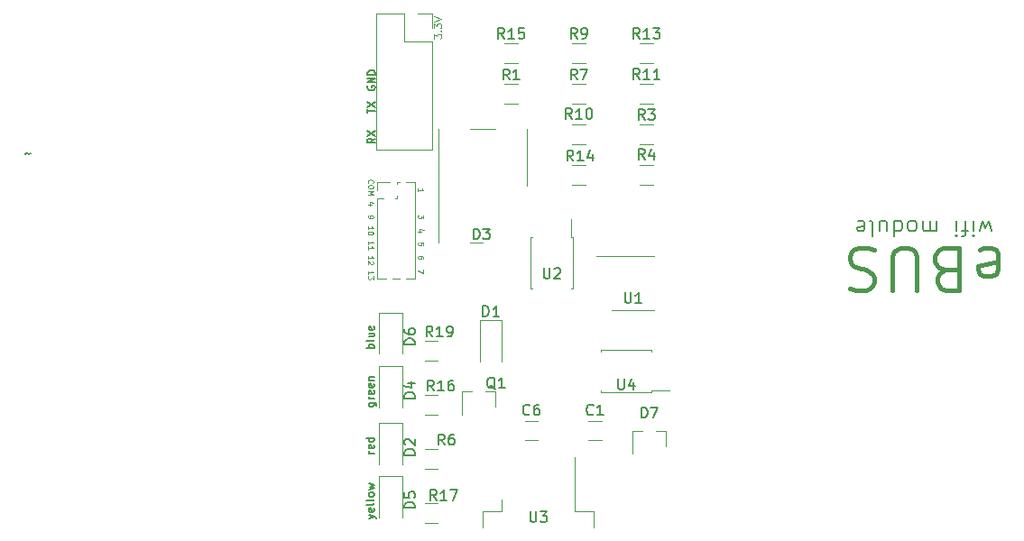
<source format=gbr>
%TF.GenerationSoftware,KiCad,Pcbnew,6.0.11-2627ca5db0~126~ubuntu20.04.1*%
%TF.CreationDate,2023-05-17T16:55:42+02:00*%
%TF.ProjectId,ebus,65627573-2e6b-4696-9361-645f70636258,rev?*%
%TF.SameCoordinates,Original*%
%TF.FileFunction,Legend,Top*%
%TF.FilePolarity,Positive*%
%FSLAX46Y46*%
G04 Gerber Fmt 4.6, Leading zero omitted, Abs format (unit mm)*
G04 Created by KiCad (PCBNEW 6.0.11-2627ca5db0~126~ubuntu20.04.1) date 2023-05-17 16:55:42*
%MOMM*%
%LPD*%
G01*
G04 APERTURE LIST*
%ADD10C,0.150000*%
%ADD11C,0.400000*%
%ADD12C,0.200000*%
%ADD13C,0.125000*%
%ADD14C,0.120000*%
G04 APERTURE END LIST*
D10*
X63966285Y-131524285D02*
X63466285Y-131524285D01*
X63609142Y-131524285D02*
X63537714Y-131488571D01*
X63502000Y-131452857D01*
X63466285Y-131381428D01*
X63466285Y-131310000D01*
X63930571Y-130774285D02*
X63966285Y-130845714D01*
X63966285Y-130988571D01*
X63930571Y-131060000D01*
X63859142Y-131095714D01*
X63573428Y-131095714D01*
X63502000Y-131060000D01*
X63466285Y-130988571D01*
X63466285Y-130845714D01*
X63502000Y-130774285D01*
X63573428Y-130738571D01*
X63644857Y-130738571D01*
X63716285Y-131095714D01*
X63966285Y-130095714D02*
X63216285Y-130095714D01*
X63930571Y-130095714D02*
X63966285Y-130167142D01*
X63966285Y-130310000D01*
X63930571Y-130381428D01*
X63894857Y-130417142D01*
X63823428Y-130452857D01*
X63609142Y-130452857D01*
X63537714Y-130417142D01*
X63502000Y-130381428D01*
X63466285Y-130310000D01*
X63466285Y-130167142D01*
X63502000Y-130095714D01*
X63466285Y-126783571D02*
X64073428Y-126783571D01*
X64144857Y-126819285D01*
X64180571Y-126855000D01*
X64216285Y-126926428D01*
X64216285Y-127033571D01*
X64180571Y-127105000D01*
X63930571Y-126783571D02*
X63966285Y-126855000D01*
X63966285Y-126997857D01*
X63930571Y-127069285D01*
X63894857Y-127105000D01*
X63823428Y-127140714D01*
X63609142Y-127140714D01*
X63537714Y-127105000D01*
X63502000Y-127069285D01*
X63466285Y-126997857D01*
X63466285Y-126855000D01*
X63502000Y-126783571D01*
X63966285Y-126426428D02*
X63466285Y-126426428D01*
X63609142Y-126426428D02*
X63537714Y-126390714D01*
X63502000Y-126355000D01*
X63466285Y-126283571D01*
X63466285Y-126212142D01*
X63930571Y-125676428D02*
X63966285Y-125747857D01*
X63966285Y-125890714D01*
X63930571Y-125962142D01*
X63859142Y-125997857D01*
X63573428Y-125997857D01*
X63502000Y-125962142D01*
X63466285Y-125890714D01*
X63466285Y-125747857D01*
X63502000Y-125676428D01*
X63573428Y-125640714D01*
X63644857Y-125640714D01*
X63716285Y-125997857D01*
X63930571Y-125033571D02*
X63966285Y-125105000D01*
X63966285Y-125247857D01*
X63930571Y-125319285D01*
X63859142Y-125355000D01*
X63573428Y-125355000D01*
X63502000Y-125319285D01*
X63466285Y-125247857D01*
X63466285Y-125105000D01*
X63502000Y-125033571D01*
X63573428Y-124997857D01*
X63644857Y-124997857D01*
X63716285Y-125355000D01*
X63466285Y-124676428D02*
X63966285Y-124676428D01*
X63537714Y-124676428D02*
X63502000Y-124640714D01*
X63466285Y-124569285D01*
X63466285Y-124462142D01*
X63502000Y-124390714D01*
X63573428Y-124355000D01*
X63966285Y-124355000D01*
X63966285Y-121667857D02*
X63216285Y-121667857D01*
X63502000Y-121667857D02*
X63466285Y-121596428D01*
X63466285Y-121453571D01*
X63502000Y-121382142D01*
X63537714Y-121346428D01*
X63609142Y-121310714D01*
X63823428Y-121310714D01*
X63894857Y-121346428D01*
X63930571Y-121382142D01*
X63966285Y-121453571D01*
X63966285Y-121596428D01*
X63930571Y-121667857D01*
X63966285Y-120882142D02*
X63930571Y-120953571D01*
X63859142Y-120989285D01*
X63216285Y-120989285D01*
X63466285Y-120275000D02*
X63966285Y-120275000D01*
X63466285Y-120596428D02*
X63859142Y-120596428D01*
X63930571Y-120560714D01*
X63966285Y-120489285D01*
X63966285Y-120382142D01*
X63930571Y-120310714D01*
X63894857Y-120275000D01*
X63930571Y-119632142D02*
X63966285Y-119703571D01*
X63966285Y-119846428D01*
X63930571Y-119917857D01*
X63859142Y-119953571D01*
X63573428Y-119953571D01*
X63502000Y-119917857D01*
X63466285Y-119846428D01*
X63466285Y-119703571D01*
X63502000Y-119632142D01*
X63573428Y-119596428D01*
X63644857Y-119596428D01*
X63716285Y-119953571D01*
D11*
X120808095Y-112426952D02*
X121189047Y-112236476D01*
X121950952Y-112236476D01*
X122331904Y-112426952D01*
X122522380Y-112807904D01*
X122522380Y-114331714D01*
X122331904Y-114712666D01*
X121950952Y-114903142D01*
X121189047Y-114903142D01*
X120808095Y-114712666D01*
X120617619Y-114331714D01*
X120617619Y-113950761D01*
X122522380Y-113569809D01*
X117570000Y-114331714D02*
X116998571Y-114141238D01*
X116808095Y-113950761D01*
X116617619Y-113569809D01*
X116617619Y-112998380D01*
X116808095Y-112617428D01*
X116998571Y-112426952D01*
X117379523Y-112236476D01*
X118903333Y-112236476D01*
X118903333Y-116236476D01*
X117570000Y-116236476D01*
X117189047Y-116046000D01*
X116998571Y-115855523D01*
X116808095Y-115474571D01*
X116808095Y-115093619D01*
X116998571Y-114712666D01*
X117189047Y-114522190D01*
X117570000Y-114331714D01*
X118903333Y-114331714D01*
X114903333Y-116236476D02*
X114903333Y-112998380D01*
X114712857Y-112617428D01*
X114522380Y-112426952D01*
X114141428Y-112236476D01*
X113379523Y-112236476D01*
X112998571Y-112426952D01*
X112808095Y-112617428D01*
X112617619Y-112998380D01*
X112617619Y-116236476D01*
X110903333Y-112426952D02*
X110331904Y-112236476D01*
X109379523Y-112236476D01*
X108998571Y-112426952D01*
X108808095Y-112617428D01*
X108617619Y-112998380D01*
X108617619Y-113379333D01*
X108808095Y-113760285D01*
X108998571Y-113950761D01*
X109379523Y-114141238D01*
X110141428Y-114331714D01*
X110522380Y-114522190D01*
X110712857Y-114712666D01*
X110903333Y-115093619D01*
X110903333Y-115474571D01*
X110712857Y-115855523D01*
X110522380Y-116046000D01*
X110141428Y-116236476D01*
X109189047Y-116236476D01*
X108617619Y-116046000D01*
D12*
X121927142Y-110684428D02*
X121641428Y-109684428D01*
X121355714Y-110398714D01*
X121070000Y-109684428D01*
X120784285Y-110684428D01*
X120212857Y-109684428D02*
X120212857Y-110684428D01*
X120212857Y-111184428D02*
X120284285Y-111113000D01*
X120212857Y-111041571D01*
X120141428Y-111113000D01*
X120212857Y-111184428D01*
X120212857Y-111041571D01*
X119712857Y-110684428D02*
X119141428Y-110684428D01*
X119498571Y-109684428D02*
X119498571Y-110970142D01*
X119427142Y-111113000D01*
X119284285Y-111184428D01*
X119141428Y-111184428D01*
X118641428Y-109684428D02*
X118641428Y-110684428D01*
X118641428Y-111184428D02*
X118712857Y-111113000D01*
X118641428Y-111041571D01*
X118570000Y-111113000D01*
X118641428Y-111184428D01*
X118641428Y-111041571D01*
X116784285Y-109684428D02*
X116784285Y-110684428D01*
X116784285Y-110541571D02*
X116712857Y-110613000D01*
X116570000Y-110684428D01*
X116355714Y-110684428D01*
X116212857Y-110613000D01*
X116141428Y-110470142D01*
X116141428Y-109684428D01*
X116141428Y-110470142D02*
X116070000Y-110613000D01*
X115927142Y-110684428D01*
X115712857Y-110684428D01*
X115570000Y-110613000D01*
X115498571Y-110470142D01*
X115498571Y-109684428D01*
X114570000Y-109684428D02*
X114712857Y-109755857D01*
X114784285Y-109827285D01*
X114855714Y-109970142D01*
X114855714Y-110398714D01*
X114784285Y-110541571D01*
X114712857Y-110613000D01*
X114570000Y-110684428D01*
X114355714Y-110684428D01*
X114212857Y-110613000D01*
X114141428Y-110541571D01*
X114070000Y-110398714D01*
X114070000Y-109970142D01*
X114141428Y-109827285D01*
X114212857Y-109755857D01*
X114355714Y-109684428D01*
X114570000Y-109684428D01*
X112784285Y-109684428D02*
X112784285Y-111184428D01*
X112784285Y-109755857D02*
X112927142Y-109684428D01*
X113212857Y-109684428D01*
X113355714Y-109755857D01*
X113427142Y-109827285D01*
X113498571Y-109970142D01*
X113498571Y-110398714D01*
X113427142Y-110541571D01*
X113355714Y-110613000D01*
X113212857Y-110684428D01*
X112927142Y-110684428D01*
X112784285Y-110613000D01*
X111427142Y-110684428D02*
X111427142Y-109684428D01*
X112070000Y-110684428D02*
X112070000Y-109898714D01*
X111998571Y-109755857D01*
X111855714Y-109684428D01*
X111641428Y-109684428D01*
X111498571Y-109755857D01*
X111427142Y-109827285D01*
X110498571Y-109684428D02*
X110641428Y-109755857D01*
X110712857Y-109898714D01*
X110712857Y-111184428D01*
X109355714Y-109755857D02*
X109498571Y-109684428D01*
X109784285Y-109684428D01*
X109927142Y-109755857D01*
X109998571Y-109898714D01*
X109998571Y-110470142D01*
X109927142Y-110613000D01*
X109784285Y-110684428D01*
X109498571Y-110684428D01*
X109355714Y-110613000D01*
X109284285Y-110470142D01*
X109284285Y-110327285D01*
X109998571Y-110184428D01*
D13*
X68099809Y-106949857D02*
X68099809Y-106664142D01*
X68099809Y-106807000D02*
X68599809Y-106807000D01*
X68528380Y-106759380D01*
X68480761Y-106711761D01*
X68456952Y-106664142D01*
X63448428Y-106160142D02*
X63424619Y-106136333D01*
X63400809Y-106064904D01*
X63400809Y-106017285D01*
X63424619Y-105945857D01*
X63472238Y-105898238D01*
X63519857Y-105874428D01*
X63615095Y-105850619D01*
X63686523Y-105850619D01*
X63781761Y-105874428D01*
X63829380Y-105898238D01*
X63877000Y-105945857D01*
X63900809Y-106017285D01*
X63900809Y-106064904D01*
X63877000Y-106136333D01*
X63853190Y-106160142D01*
X63900809Y-106469666D02*
X63900809Y-106564904D01*
X63877000Y-106612523D01*
X63829380Y-106660142D01*
X63734142Y-106683952D01*
X63567476Y-106683952D01*
X63472238Y-106660142D01*
X63424619Y-106612523D01*
X63400809Y-106564904D01*
X63400809Y-106469666D01*
X63424619Y-106422047D01*
X63472238Y-106374428D01*
X63567476Y-106350619D01*
X63734142Y-106350619D01*
X63829380Y-106374428D01*
X63877000Y-106422047D01*
X63900809Y-106469666D01*
X63400809Y-106898238D02*
X63900809Y-106898238D01*
X63543666Y-107064904D01*
X63900809Y-107231571D01*
X63400809Y-107231571D01*
X63400809Y-114712761D02*
X63400809Y-114427047D01*
X63400809Y-114569904D02*
X63900809Y-114569904D01*
X63829380Y-114522285D01*
X63781761Y-114474666D01*
X63757952Y-114427047D01*
X63900809Y-114879428D02*
X63900809Y-115188952D01*
X63710333Y-115022285D01*
X63710333Y-115093714D01*
X63686523Y-115141333D01*
X63662714Y-115165142D01*
X63615095Y-115188952D01*
X63496047Y-115188952D01*
X63448428Y-115165142D01*
X63424619Y-115141333D01*
X63400809Y-115093714D01*
X63400809Y-114950857D01*
X63424619Y-114903238D01*
X63448428Y-114879428D01*
X63400809Y-113315761D02*
X63400809Y-113030047D01*
X63400809Y-113172904D02*
X63900809Y-113172904D01*
X63829380Y-113125285D01*
X63781761Y-113077666D01*
X63757952Y-113030047D01*
X63853190Y-113506238D02*
X63877000Y-113530047D01*
X63900809Y-113577666D01*
X63900809Y-113696714D01*
X63877000Y-113744333D01*
X63853190Y-113768142D01*
X63805571Y-113791952D01*
X63757952Y-113791952D01*
X63686523Y-113768142D01*
X63400809Y-113482428D01*
X63400809Y-113791952D01*
X68433142Y-110712238D02*
X68099809Y-110712238D01*
X68623619Y-110593190D02*
X68266476Y-110474142D01*
X68266476Y-110783666D01*
D10*
X63466285Y-137642000D02*
X63966285Y-137463428D01*
X63466285Y-137284857D02*
X63966285Y-137463428D01*
X64144857Y-137534857D01*
X64180571Y-137570571D01*
X64216285Y-137642000D01*
X63930571Y-136713428D02*
X63966285Y-136784857D01*
X63966285Y-136927714D01*
X63930571Y-136999142D01*
X63859142Y-137034857D01*
X63573428Y-137034857D01*
X63502000Y-136999142D01*
X63466285Y-136927714D01*
X63466285Y-136784857D01*
X63502000Y-136713428D01*
X63573428Y-136677714D01*
X63644857Y-136677714D01*
X63716285Y-137034857D01*
X63966285Y-136249142D02*
X63930571Y-136320571D01*
X63859142Y-136356285D01*
X63216285Y-136356285D01*
X63966285Y-135856285D02*
X63930571Y-135927714D01*
X63859142Y-135963428D01*
X63216285Y-135963428D01*
X63966285Y-135463428D02*
X63930571Y-135534857D01*
X63894857Y-135570571D01*
X63823428Y-135606285D01*
X63609142Y-135606285D01*
X63537714Y-135570571D01*
X63502000Y-135534857D01*
X63466285Y-135463428D01*
X63466285Y-135356285D01*
X63502000Y-135284857D01*
X63537714Y-135249142D01*
X63609142Y-135213428D01*
X63823428Y-135213428D01*
X63894857Y-135249142D01*
X63930571Y-135284857D01*
X63966285Y-135356285D01*
X63966285Y-135463428D01*
X63466285Y-134963428D02*
X63966285Y-134820571D01*
X63609142Y-134677714D01*
X63966285Y-134534857D01*
X63466285Y-134392000D01*
X31234095Y-103449428D02*
X31281714Y-103401809D01*
X31376952Y-103354190D01*
X31567428Y-103449428D01*
X31662666Y-103401809D01*
X31710285Y-103354190D01*
X63404000Y-97053333D02*
X63370666Y-97120000D01*
X63370666Y-97220000D01*
X63404000Y-97320000D01*
X63470666Y-97386666D01*
X63537333Y-97420000D01*
X63670666Y-97453333D01*
X63770666Y-97453333D01*
X63904000Y-97420000D01*
X63970666Y-97386666D01*
X64037333Y-97320000D01*
X64070666Y-97220000D01*
X64070666Y-97153333D01*
X64037333Y-97053333D01*
X64004000Y-97020000D01*
X63770666Y-97020000D01*
X63770666Y-97153333D01*
X64070666Y-96720000D02*
X63370666Y-96720000D01*
X64070666Y-96320000D01*
X63370666Y-96320000D01*
X64070666Y-95986666D02*
X63370666Y-95986666D01*
X63370666Y-95820000D01*
X63404000Y-95720000D01*
X63470666Y-95653333D01*
X63537333Y-95620000D01*
X63670666Y-95586666D01*
X63770666Y-95586666D01*
X63904000Y-95620000D01*
X63970666Y-95653333D01*
X64037333Y-95720000D01*
X64070666Y-95820000D01*
X64070666Y-95986666D01*
D13*
X63734142Y-108172238D02*
X63400809Y-108172238D01*
X63924619Y-108053190D02*
X63567476Y-107934142D01*
X63567476Y-108243666D01*
X63400809Y-111918761D02*
X63400809Y-111633047D01*
X63400809Y-111775904D02*
X63900809Y-111775904D01*
X63829380Y-111728285D01*
X63781761Y-111680666D01*
X63757952Y-111633047D01*
X63400809Y-112394952D02*
X63400809Y-112109238D01*
X63400809Y-112252095D02*
X63900809Y-112252095D01*
X63829380Y-112204476D01*
X63781761Y-112156857D01*
X63757952Y-112109238D01*
X68599809Y-112006047D02*
X68599809Y-111767952D01*
X68361714Y-111744142D01*
X68385523Y-111767952D01*
X68409333Y-111815571D01*
X68409333Y-111934619D01*
X68385523Y-111982238D01*
X68361714Y-112006047D01*
X68314095Y-112029857D01*
X68195047Y-112029857D01*
X68147428Y-112006047D01*
X68123619Y-111982238D01*
X68099809Y-111934619D01*
X68099809Y-111815571D01*
X68123619Y-111767952D01*
X68147428Y-111744142D01*
X68599809Y-113252238D02*
X68599809Y-113157000D01*
X68576000Y-113109380D01*
X68552190Y-113085571D01*
X68480761Y-113037952D01*
X68385523Y-113014142D01*
X68195047Y-113014142D01*
X68147428Y-113037952D01*
X68123619Y-113061761D01*
X68099809Y-113109380D01*
X68099809Y-113204619D01*
X68123619Y-113252238D01*
X68147428Y-113276047D01*
X68195047Y-113299857D01*
X68314095Y-113299857D01*
X68361714Y-113276047D01*
X68385523Y-113252238D01*
X68409333Y-113204619D01*
X68409333Y-113109380D01*
X68385523Y-113061761D01*
X68361714Y-113037952D01*
X68314095Y-113014142D01*
D10*
X63370666Y-99593333D02*
X63370666Y-99193333D01*
X64070666Y-99393333D02*
X63370666Y-99393333D01*
X63370666Y-99026666D02*
X64070666Y-98560000D01*
X63370666Y-98560000D02*
X64070666Y-99026666D01*
D13*
X63400809Y-110521761D02*
X63400809Y-110236047D01*
X63400809Y-110378904D02*
X63900809Y-110378904D01*
X63829380Y-110331285D01*
X63781761Y-110283666D01*
X63757952Y-110236047D01*
X63900809Y-110831285D02*
X63900809Y-110878904D01*
X63877000Y-110926523D01*
X63853190Y-110950333D01*
X63805571Y-110974142D01*
X63710333Y-110997952D01*
X63591285Y-110997952D01*
X63496047Y-110974142D01*
X63448428Y-110950333D01*
X63424619Y-110926523D01*
X63400809Y-110878904D01*
X63400809Y-110831285D01*
X63424619Y-110783666D01*
X63448428Y-110759857D01*
X63496047Y-110736047D01*
X63591285Y-110712238D01*
X63710333Y-110712238D01*
X63805571Y-110736047D01*
X63853190Y-110759857D01*
X63877000Y-110783666D01*
X63900809Y-110831285D01*
X69593666Y-92600333D02*
X69593666Y-92167000D01*
X69860333Y-92400333D01*
X69860333Y-92300333D01*
X69893666Y-92233666D01*
X69927000Y-92200333D01*
X69993666Y-92167000D01*
X70160333Y-92167000D01*
X70227000Y-92200333D01*
X70260333Y-92233666D01*
X70293666Y-92300333D01*
X70293666Y-92500333D01*
X70260333Y-92567000D01*
X70227000Y-92600333D01*
X70227000Y-91867000D02*
X70260333Y-91833666D01*
X70293666Y-91867000D01*
X70260333Y-91900333D01*
X70227000Y-91867000D01*
X70293666Y-91867000D01*
X69593666Y-91600333D02*
X69593666Y-91167000D01*
X69860333Y-91400333D01*
X69860333Y-91300333D01*
X69893666Y-91233666D01*
X69927000Y-91200333D01*
X69993666Y-91167000D01*
X70160333Y-91167000D01*
X70227000Y-91200333D01*
X70260333Y-91233666D01*
X70293666Y-91300333D01*
X70293666Y-91500333D01*
X70260333Y-91567000D01*
X70227000Y-91600333D01*
X69593666Y-90967000D02*
X70293666Y-90733666D01*
X69593666Y-90500333D01*
X68599809Y-109180333D02*
X68599809Y-109489857D01*
X68409333Y-109323190D01*
X68409333Y-109394619D01*
X68385523Y-109442238D01*
X68361714Y-109466047D01*
X68314095Y-109489857D01*
X68195047Y-109489857D01*
X68147428Y-109466047D01*
X68123619Y-109442238D01*
X68099809Y-109394619D01*
X68099809Y-109251761D01*
X68123619Y-109204142D01*
X68147428Y-109180333D01*
X68599809Y-114260333D02*
X68599809Y-114593666D01*
X68099809Y-114379380D01*
D10*
X64070666Y-101970666D02*
X63737333Y-102204000D01*
X64070666Y-102370666D02*
X63370666Y-102370666D01*
X63370666Y-102104000D01*
X63404000Y-102037333D01*
X63437333Y-102004000D01*
X63504000Y-101970666D01*
X63604000Y-101970666D01*
X63670666Y-102004000D01*
X63704000Y-102037333D01*
X63737333Y-102104000D01*
X63737333Y-102370666D01*
X63370666Y-101737333D02*
X64070666Y-101270666D01*
X63370666Y-101270666D02*
X64070666Y-101737333D01*
D13*
X63400809Y-109251761D02*
X63400809Y-109347000D01*
X63424619Y-109394619D01*
X63448428Y-109418428D01*
X63519857Y-109466047D01*
X63615095Y-109489857D01*
X63805571Y-109489857D01*
X63853190Y-109466047D01*
X63877000Y-109442238D01*
X63900809Y-109394619D01*
X63900809Y-109299380D01*
X63877000Y-109251761D01*
X63853190Y-109227952D01*
X63805571Y-109204142D01*
X63686523Y-109204142D01*
X63638904Y-109227952D01*
X63615095Y-109251761D01*
X63591285Y-109299380D01*
X63591285Y-109394619D01*
X63615095Y-109442238D01*
X63638904Y-109466047D01*
X63686523Y-109489857D01*
D10*
%TO.C,D1*%
X74191904Y-118689380D02*
X74191904Y-117689380D01*
X74430000Y-117689380D01*
X74572857Y-117737000D01*
X74668095Y-117832238D01*
X74715714Y-117927476D01*
X74763333Y-118117952D01*
X74763333Y-118260809D01*
X74715714Y-118451285D01*
X74668095Y-118546523D01*
X74572857Y-118641761D01*
X74430000Y-118689380D01*
X74191904Y-118689380D01*
X75715714Y-118689380D02*
X75144285Y-118689380D01*
X75430000Y-118689380D02*
X75430000Y-117689380D01*
X75334761Y-117832238D01*
X75239523Y-117927476D01*
X75144285Y-117975095D01*
%TO.C,D2*%
X67804380Y-131700495D02*
X66804380Y-131700495D01*
X66804380Y-131462400D01*
X66852000Y-131319542D01*
X66947238Y-131224304D01*
X67042476Y-131176685D01*
X67232952Y-131129066D01*
X67375809Y-131129066D01*
X67566285Y-131176685D01*
X67661523Y-131224304D01*
X67756761Y-131319542D01*
X67804380Y-131462400D01*
X67804380Y-131700495D01*
X66899619Y-130748114D02*
X66852000Y-130700495D01*
X66804380Y-130605257D01*
X66804380Y-130367161D01*
X66852000Y-130271923D01*
X66899619Y-130224304D01*
X66994857Y-130176685D01*
X67090095Y-130176685D01*
X67232952Y-130224304D01*
X67804380Y-130795733D01*
X67804380Y-130176685D01*
%TO.C,D4*%
X67804380Y-126366495D02*
X66804380Y-126366495D01*
X66804380Y-126128400D01*
X66852000Y-125985542D01*
X66947238Y-125890304D01*
X67042476Y-125842685D01*
X67232952Y-125795066D01*
X67375809Y-125795066D01*
X67566285Y-125842685D01*
X67661523Y-125890304D01*
X67756761Y-125985542D01*
X67804380Y-126128400D01*
X67804380Y-126366495D01*
X67137714Y-124937923D02*
X67804380Y-124937923D01*
X66756761Y-125176019D02*
X67471047Y-125414114D01*
X67471047Y-124795066D01*
%TO.C,D6*%
X67804380Y-121337295D02*
X66804380Y-121337295D01*
X66804380Y-121099200D01*
X66852000Y-120956342D01*
X66947238Y-120861104D01*
X67042476Y-120813485D01*
X67232952Y-120765866D01*
X67375809Y-120765866D01*
X67566285Y-120813485D01*
X67661523Y-120861104D01*
X67756761Y-120956342D01*
X67804380Y-121099200D01*
X67804380Y-121337295D01*
X66804380Y-119908723D02*
X66804380Y-120099200D01*
X66852000Y-120194438D01*
X66899619Y-120242057D01*
X67042476Y-120337295D01*
X67232952Y-120384914D01*
X67613904Y-120384914D01*
X67709142Y-120337295D01*
X67756761Y-120289676D01*
X67804380Y-120194438D01*
X67804380Y-120003961D01*
X67756761Y-119908723D01*
X67709142Y-119861104D01*
X67613904Y-119813485D01*
X67375809Y-119813485D01*
X67280571Y-119861104D01*
X67232952Y-119908723D01*
X67185333Y-120003961D01*
X67185333Y-120194438D01*
X67232952Y-120289676D01*
X67280571Y-120337295D01*
X67375809Y-120384914D01*
%TO.C,R6*%
X70572333Y-130754380D02*
X70239000Y-130278190D01*
X70000904Y-130754380D02*
X70000904Y-129754380D01*
X70381857Y-129754380D01*
X70477095Y-129802000D01*
X70524714Y-129849619D01*
X70572333Y-129944857D01*
X70572333Y-130087714D01*
X70524714Y-130182952D01*
X70477095Y-130230571D01*
X70381857Y-130278190D01*
X70000904Y-130278190D01*
X71429476Y-129754380D02*
X71239000Y-129754380D01*
X71143761Y-129802000D01*
X71096142Y-129849619D01*
X71000904Y-129992476D01*
X70953285Y-130182952D01*
X70953285Y-130563904D01*
X71000904Y-130659142D01*
X71048523Y-130706761D01*
X71143761Y-130754380D01*
X71334238Y-130754380D01*
X71429476Y-130706761D01*
X71477095Y-130659142D01*
X71524714Y-130563904D01*
X71524714Y-130325809D01*
X71477095Y-130230571D01*
X71429476Y-130182952D01*
X71334238Y-130135333D01*
X71143761Y-130135333D01*
X71048523Y-130182952D01*
X71000904Y-130230571D01*
X70953285Y-130325809D01*
%TO.C,R16*%
X69588142Y-125674380D02*
X69254809Y-125198190D01*
X69016714Y-125674380D02*
X69016714Y-124674380D01*
X69397666Y-124674380D01*
X69492904Y-124722000D01*
X69540523Y-124769619D01*
X69588142Y-124864857D01*
X69588142Y-125007714D01*
X69540523Y-125102952D01*
X69492904Y-125150571D01*
X69397666Y-125198190D01*
X69016714Y-125198190D01*
X70540523Y-125674380D02*
X69969095Y-125674380D01*
X70254809Y-125674380D02*
X70254809Y-124674380D01*
X70159571Y-124817238D01*
X70064333Y-124912476D01*
X69969095Y-124960095D01*
X71397666Y-124674380D02*
X71207190Y-124674380D01*
X71111952Y-124722000D01*
X71064333Y-124769619D01*
X70969095Y-124912476D01*
X70921476Y-125102952D01*
X70921476Y-125483904D01*
X70969095Y-125579142D01*
X71016714Y-125626761D01*
X71111952Y-125674380D01*
X71302428Y-125674380D01*
X71397666Y-125626761D01*
X71445285Y-125579142D01*
X71492904Y-125483904D01*
X71492904Y-125245809D01*
X71445285Y-125150571D01*
X71397666Y-125102952D01*
X71302428Y-125055333D01*
X71111952Y-125055333D01*
X71016714Y-125102952D01*
X70969095Y-125150571D01*
X70921476Y-125245809D01*
%TO.C,R17*%
X69842142Y-135961380D02*
X69508809Y-135485190D01*
X69270714Y-135961380D02*
X69270714Y-134961380D01*
X69651666Y-134961380D01*
X69746904Y-135009000D01*
X69794523Y-135056619D01*
X69842142Y-135151857D01*
X69842142Y-135294714D01*
X69794523Y-135389952D01*
X69746904Y-135437571D01*
X69651666Y-135485190D01*
X69270714Y-135485190D01*
X70794523Y-135961380D02*
X70223095Y-135961380D01*
X70508809Y-135961380D02*
X70508809Y-134961380D01*
X70413571Y-135104238D01*
X70318333Y-135199476D01*
X70223095Y-135247095D01*
X71127857Y-134961380D02*
X71794523Y-134961380D01*
X71365952Y-135961380D01*
%TO.C,R19*%
X69461142Y-120594380D02*
X69127809Y-120118190D01*
X68889714Y-120594380D02*
X68889714Y-119594380D01*
X69270666Y-119594380D01*
X69365904Y-119642000D01*
X69413523Y-119689619D01*
X69461142Y-119784857D01*
X69461142Y-119927714D01*
X69413523Y-120022952D01*
X69365904Y-120070571D01*
X69270666Y-120118190D01*
X68889714Y-120118190D01*
X70413523Y-120594380D02*
X69842095Y-120594380D01*
X70127809Y-120594380D02*
X70127809Y-119594380D01*
X70032571Y-119737238D01*
X69937333Y-119832476D01*
X69842095Y-119880095D01*
X70889714Y-120594380D02*
X71080190Y-120594380D01*
X71175428Y-120546761D01*
X71223047Y-120499142D01*
X71318285Y-120356285D01*
X71365904Y-120165809D01*
X71365904Y-119784857D01*
X71318285Y-119689619D01*
X71270666Y-119642000D01*
X71175428Y-119594380D01*
X70984952Y-119594380D01*
X70889714Y-119642000D01*
X70842095Y-119689619D01*
X70794476Y-119784857D01*
X70794476Y-120022952D01*
X70842095Y-120118190D01*
X70889714Y-120165809D01*
X70984952Y-120213428D01*
X71175428Y-120213428D01*
X71270666Y-120165809D01*
X71318285Y-120118190D01*
X71365904Y-120022952D01*
%TO.C,D5*%
X67804380Y-136678895D02*
X66804380Y-136678895D01*
X66804380Y-136440800D01*
X66852000Y-136297942D01*
X66947238Y-136202704D01*
X67042476Y-136155085D01*
X67232952Y-136107466D01*
X67375809Y-136107466D01*
X67566285Y-136155085D01*
X67661523Y-136202704D01*
X67756761Y-136297942D01*
X67804380Y-136440800D01*
X67804380Y-136678895D01*
X66804380Y-135202704D02*
X66804380Y-135678895D01*
X67280571Y-135726514D01*
X67232952Y-135678895D01*
X67185333Y-135583657D01*
X67185333Y-135345561D01*
X67232952Y-135250323D01*
X67280571Y-135202704D01*
X67375809Y-135155085D01*
X67613904Y-135155085D01*
X67709142Y-135202704D01*
X67756761Y-135250323D01*
X67804380Y-135345561D01*
X67804380Y-135583657D01*
X67756761Y-135678895D01*
X67709142Y-135726514D01*
%TO.C,R1*%
X76668333Y-96464380D02*
X76335000Y-95988190D01*
X76096904Y-96464380D02*
X76096904Y-95464380D01*
X76477857Y-95464380D01*
X76573095Y-95512000D01*
X76620714Y-95559619D01*
X76668333Y-95654857D01*
X76668333Y-95797714D01*
X76620714Y-95892952D01*
X76573095Y-95940571D01*
X76477857Y-95988190D01*
X76096904Y-95988190D01*
X77620714Y-96464380D02*
X77049285Y-96464380D01*
X77335000Y-96464380D02*
X77335000Y-95464380D01*
X77239761Y-95607238D01*
X77144523Y-95702476D01*
X77049285Y-95750095D01*
%TO.C,R3*%
X89368333Y-100232380D02*
X89035000Y-99756190D01*
X88796904Y-100232380D02*
X88796904Y-99232380D01*
X89177857Y-99232380D01*
X89273095Y-99280000D01*
X89320714Y-99327619D01*
X89368333Y-99422857D01*
X89368333Y-99565714D01*
X89320714Y-99660952D01*
X89273095Y-99708571D01*
X89177857Y-99756190D01*
X88796904Y-99756190D01*
X89701666Y-99232380D02*
X90320714Y-99232380D01*
X89987380Y-99613333D01*
X90130238Y-99613333D01*
X90225476Y-99660952D01*
X90273095Y-99708571D01*
X90320714Y-99803809D01*
X90320714Y-100041904D01*
X90273095Y-100137142D01*
X90225476Y-100184761D01*
X90130238Y-100232380D01*
X89844523Y-100232380D01*
X89749285Y-100184761D01*
X89701666Y-100137142D01*
%TO.C,R4*%
X89368333Y-103957380D02*
X89035000Y-103481190D01*
X88796904Y-103957380D02*
X88796904Y-102957380D01*
X89177857Y-102957380D01*
X89273095Y-103005000D01*
X89320714Y-103052619D01*
X89368333Y-103147857D01*
X89368333Y-103290714D01*
X89320714Y-103385952D01*
X89273095Y-103433571D01*
X89177857Y-103481190D01*
X88796904Y-103481190D01*
X90225476Y-103290714D02*
X90225476Y-103957380D01*
X89987380Y-102909761D02*
X89749285Y-103624047D01*
X90368333Y-103624047D01*
%TO.C,R9*%
X83018333Y-92612380D02*
X82685000Y-92136190D01*
X82446904Y-92612380D02*
X82446904Y-91612380D01*
X82827857Y-91612380D01*
X82923095Y-91660000D01*
X82970714Y-91707619D01*
X83018333Y-91802857D01*
X83018333Y-91945714D01*
X82970714Y-92040952D01*
X82923095Y-92088571D01*
X82827857Y-92136190D01*
X82446904Y-92136190D01*
X83494523Y-92612380D02*
X83685000Y-92612380D01*
X83780238Y-92564761D01*
X83827857Y-92517142D01*
X83923095Y-92374285D01*
X83970714Y-92183809D01*
X83970714Y-91802857D01*
X83923095Y-91707619D01*
X83875476Y-91660000D01*
X83780238Y-91612380D01*
X83589761Y-91612380D01*
X83494523Y-91660000D01*
X83446904Y-91707619D01*
X83399285Y-91802857D01*
X83399285Y-92040952D01*
X83446904Y-92136190D01*
X83494523Y-92183809D01*
X83589761Y-92231428D01*
X83780238Y-92231428D01*
X83875476Y-92183809D01*
X83923095Y-92136190D01*
X83970714Y-92040952D01*
%TO.C,R10*%
X82542142Y-100147380D02*
X82208809Y-99671190D01*
X81970714Y-100147380D02*
X81970714Y-99147380D01*
X82351666Y-99147380D01*
X82446904Y-99195000D01*
X82494523Y-99242619D01*
X82542142Y-99337857D01*
X82542142Y-99480714D01*
X82494523Y-99575952D01*
X82446904Y-99623571D01*
X82351666Y-99671190D01*
X81970714Y-99671190D01*
X83494523Y-100147380D02*
X82923095Y-100147380D01*
X83208809Y-100147380D02*
X83208809Y-99147380D01*
X83113571Y-99290238D01*
X83018333Y-99385476D01*
X82923095Y-99433095D01*
X84113571Y-99147380D02*
X84208809Y-99147380D01*
X84304047Y-99195000D01*
X84351666Y-99242619D01*
X84399285Y-99337857D01*
X84446904Y-99528333D01*
X84446904Y-99766428D01*
X84399285Y-99956904D01*
X84351666Y-100052142D01*
X84304047Y-100099761D01*
X84208809Y-100147380D01*
X84113571Y-100147380D01*
X84018333Y-100099761D01*
X83970714Y-100052142D01*
X83923095Y-99956904D01*
X83875476Y-99766428D01*
X83875476Y-99528333D01*
X83923095Y-99337857D01*
X83970714Y-99242619D01*
X84018333Y-99195000D01*
X84113571Y-99147380D01*
%TO.C,R7*%
X83018333Y-96464380D02*
X82685000Y-95988190D01*
X82446904Y-96464380D02*
X82446904Y-95464380D01*
X82827857Y-95464380D01*
X82923095Y-95512000D01*
X82970714Y-95559619D01*
X83018333Y-95654857D01*
X83018333Y-95797714D01*
X82970714Y-95892952D01*
X82923095Y-95940571D01*
X82827857Y-95988190D01*
X82446904Y-95988190D01*
X83351666Y-95464380D02*
X84018333Y-95464380D01*
X83589761Y-96464380D01*
%TO.C,R13*%
X88892142Y-92612380D02*
X88558809Y-92136190D01*
X88320714Y-92612380D02*
X88320714Y-91612380D01*
X88701666Y-91612380D01*
X88796904Y-91660000D01*
X88844523Y-91707619D01*
X88892142Y-91802857D01*
X88892142Y-91945714D01*
X88844523Y-92040952D01*
X88796904Y-92088571D01*
X88701666Y-92136190D01*
X88320714Y-92136190D01*
X89844523Y-92612380D02*
X89273095Y-92612380D01*
X89558809Y-92612380D02*
X89558809Y-91612380D01*
X89463571Y-91755238D01*
X89368333Y-91850476D01*
X89273095Y-91898095D01*
X90177857Y-91612380D02*
X90796904Y-91612380D01*
X90463571Y-91993333D01*
X90606428Y-91993333D01*
X90701666Y-92040952D01*
X90749285Y-92088571D01*
X90796904Y-92183809D01*
X90796904Y-92421904D01*
X90749285Y-92517142D01*
X90701666Y-92564761D01*
X90606428Y-92612380D01*
X90320714Y-92612380D01*
X90225476Y-92564761D01*
X90177857Y-92517142D01*
%TO.C,R14*%
X82669142Y-104084380D02*
X82335809Y-103608190D01*
X82097714Y-104084380D02*
X82097714Y-103084380D01*
X82478666Y-103084380D01*
X82573904Y-103132000D01*
X82621523Y-103179619D01*
X82669142Y-103274857D01*
X82669142Y-103417714D01*
X82621523Y-103512952D01*
X82573904Y-103560571D01*
X82478666Y-103608190D01*
X82097714Y-103608190D01*
X83621523Y-104084380D02*
X83050095Y-104084380D01*
X83335809Y-104084380D02*
X83335809Y-103084380D01*
X83240571Y-103227238D01*
X83145333Y-103322476D01*
X83050095Y-103370095D01*
X84478666Y-103417714D02*
X84478666Y-104084380D01*
X84240571Y-103036761D02*
X84002476Y-103751047D01*
X84621523Y-103751047D01*
%TO.C,R11*%
X88892142Y-96422380D02*
X88558809Y-95946190D01*
X88320714Y-96422380D02*
X88320714Y-95422380D01*
X88701666Y-95422380D01*
X88796904Y-95470000D01*
X88844523Y-95517619D01*
X88892142Y-95612857D01*
X88892142Y-95755714D01*
X88844523Y-95850952D01*
X88796904Y-95898571D01*
X88701666Y-95946190D01*
X88320714Y-95946190D01*
X89844523Y-96422380D02*
X89273095Y-96422380D01*
X89558809Y-96422380D02*
X89558809Y-95422380D01*
X89463571Y-95565238D01*
X89368333Y-95660476D01*
X89273095Y-95708095D01*
X90796904Y-96422380D02*
X90225476Y-96422380D01*
X90511190Y-96422380D02*
X90511190Y-95422380D01*
X90415952Y-95565238D01*
X90320714Y-95660476D01*
X90225476Y-95708095D01*
%TO.C,Q1*%
X75342761Y-125515619D02*
X75247523Y-125468000D01*
X75152285Y-125372761D01*
X75009428Y-125229904D01*
X74914190Y-125182285D01*
X74818952Y-125182285D01*
X74866571Y-125420380D02*
X74771333Y-125372761D01*
X74676095Y-125277523D01*
X74628476Y-125087047D01*
X74628476Y-124753714D01*
X74676095Y-124563238D01*
X74771333Y-124468000D01*
X74866571Y-124420380D01*
X75057047Y-124420380D01*
X75152285Y-124468000D01*
X75247523Y-124563238D01*
X75295142Y-124753714D01*
X75295142Y-125087047D01*
X75247523Y-125277523D01*
X75152285Y-125372761D01*
X75057047Y-125420380D01*
X74866571Y-125420380D01*
X76247523Y-125420380D02*
X75676095Y-125420380D01*
X75961809Y-125420380D02*
X75961809Y-124420380D01*
X75866571Y-124563238D01*
X75771333Y-124658476D01*
X75676095Y-124706095D01*
%TO.C,U2*%
X79883095Y-114133380D02*
X79883095Y-114942904D01*
X79930714Y-115038142D01*
X79978333Y-115085761D01*
X80073571Y-115133380D01*
X80264047Y-115133380D01*
X80359285Y-115085761D01*
X80406904Y-115038142D01*
X80454523Y-114942904D01*
X80454523Y-114133380D01*
X80883095Y-114228619D02*
X80930714Y-114181000D01*
X81025952Y-114133380D01*
X81264047Y-114133380D01*
X81359285Y-114181000D01*
X81406904Y-114228619D01*
X81454523Y-114323857D01*
X81454523Y-114419095D01*
X81406904Y-114561952D01*
X80835476Y-115133380D01*
X81454523Y-115133380D01*
%TO.C,U4*%
X86868095Y-124547380D02*
X86868095Y-125356904D01*
X86915714Y-125452142D01*
X86963333Y-125499761D01*
X87058571Y-125547380D01*
X87249047Y-125547380D01*
X87344285Y-125499761D01*
X87391904Y-125452142D01*
X87439523Y-125356904D01*
X87439523Y-124547380D01*
X88344285Y-124880714D02*
X88344285Y-125547380D01*
X88106190Y-124499761D02*
X87868095Y-125214047D01*
X88487142Y-125214047D01*
%TO.C,R15*%
X76192142Y-92612380D02*
X75858809Y-92136190D01*
X75620714Y-92612380D02*
X75620714Y-91612380D01*
X76001666Y-91612380D01*
X76096904Y-91660000D01*
X76144523Y-91707619D01*
X76192142Y-91802857D01*
X76192142Y-91945714D01*
X76144523Y-92040952D01*
X76096904Y-92088571D01*
X76001666Y-92136190D01*
X75620714Y-92136190D01*
X77144523Y-92612380D02*
X76573095Y-92612380D01*
X76858809Y-92612380D02*
X76858809Y-91612380D01*
X76763571Y-91755238D01*
X76668333Y-91850476D01*
X76573095Y-91898095D01*
X78049285Y-91612380D02*
X77573095Y-91612380D01*
X77525476Y-92088571D01*
X77573095Y-92040952D01*
X77668333Y-91993333D01*
X77906428Y-91993333D01*
X78001666Y-92040952D01*
X78049285Y-92088571D01*
X78096904Y-92183809D01*
X78096904Y-92421904D01*
X78049285Y-92517142D01*
X78001666Y-92564761D01*
X77906428Y-92612380D01*
X77668333Y-92612380D01*
X77573095Y-92564761D01*
X77525476Y-92517142D01*
%TO.C,U1*%
X87503095Y-116419380D02*
X87503095Y-117228904D01*
X87550714Y-117324142D01*
X87598333Y-117371761D01*
X87693571Y-117419380D01*
X87884047Y-117419380D01*
X87979285Y-117371761D01*
X88026904Y-117324142D01*
X88074523Y-117228904D01*
X88074523Y-116419380D01*
X89074523Y-117419380D02*
X88503095Y-117419380D01*
X88788809Y-117419380D02*
X88788809Y-116419380D01*
X88693571Y-116562238D01*
X88598333Y-116657476D01*
X88503095Y-116705095D01*
%TO.C,C1*%
X84542333Y-127865142D02*
X84494714Y-127912761D01*
X84351857Y-127960380D01*
X84256619Y-127960380D01*
X84113761Y-127912761D01*
X84018523Y-127817523D01*
X83970904Y-127722285D01*
X83923285Y-127531809D01*
X83923285Y-127388952D01*
X83970904Y-127198476D01*
X84018523Y-127103238D01*
X84113761Y-127008000D01*
X84256619Y-126960380D01*
X84351857Y-126960380D01*
X84494714Y-127008000D01*
X84542333Y-127055619D01*
X85494714Y-127960380D02*
X84923285Y-127960380D01*
X85209000Y-127960380D02*
X85209000Y-126960380D01*
X85113761Y-127103238D01*
X85018523Y-127198476D01*
X84923285Y-127246095D01*
%TO.C,D7*%
X89050904Y-128214380D02*
X89050904Y-127214380D01*
X89289000Y-127214380D01*
X89431857Y-127262000D01*
X89527095Y-127357238D01*
X89574714Y-127452476D01*
X89622333Y-127642952D01*
X89622333Y-127785809D01*
X89574714Y-127976285D01*
X89527095Y-128071523D01*
X89431857Y-128166761D01*
X89289000Y-128214380D01*
X89050904Y-128214380D01*
X89955666Y-127214380D02*
X90622333Y-127214380D01*
X90193761Y-128214380D01*
%TO.C,C6*%
X78573333Y-127865142D02*
X78525714Y-127912761D01*
X78382857Y-127960380D01*
X78287619Y-127960380D01*
X78144761Y-127912761D01*
X78049523Y-127817523D01*
X78001904Y-127722285D01*
X77954285Y-127531809D01*
X77954285Y-127388952D01*
X78001904Y-127198476D01*
X78049523Y-127103238D01*
X78144761Y-127008000D01*
X78287619Y-126960380D01*
X78382857Y-126960380D01*
X78525714Y-127008000D01*
X78573333Y-127055619D01*
X79430476Y-126960380D02*
X79240000Y-126960380D01*
X79144761Y-127008000D01*
X79097142Y-127055619D01*
X79001904Y-127198476D01*
X78954285Y-127388952D01*
X78954285Y-127769904D01*
X79001904Y-127865142D01*
X79049523Y-127912761D01*
X79144761Y-127960380D01*
X79335238Y-127960380D01*
X79430476Y-127912761D01*
X79478095Y-127865142D01*
X79525714Y-127769904D01*
X79525714Y-127531809D01*
X79478095Y-127436571D01*
X79430476Y-127388952D01*
X79335238Y-127341333D01*
X79144761Y-127341333D01*
X79049523Y-127388952D01*
X79001904Y-127436571D01*
X78954285Y-127531809D01*
%TO.C,U3*%
X78613095Y-136993380D02*
X78613095Y-137802904D01*
X78660714Y-137898142D01*
X78708333Y-137945761D01*
X78803571Y-137993380D01*
X78994047Y-137993380D01*
X79089285Y-137945761D01*
X79136904Y-137898142D01*
X79184523Y-137802904D01*
X79184523Y-136993380D01*
X79565476Y-136993380D02*
X80184523Y-136993380D01*
X79851190Y-137374333D01*
X79994047Y-137374333D01*
X80089285Y-137421952D01*
X80136904Y-137469571D01*
X80184523Y-137564809D01*
X80184523Y-137802904D01*
X80136904Y-137898142D01*
X80089285Y-137945761D01*
X79994047Y-137993380D01*
X79708333Y-137993380D01*
X79613095Y-137945761D01*
X79565476Y-137898142D01*
%TO.C,D3*%
X73302904Y-111450380D02*
X73302904Y-110450380D01*
X73541000Y-110450380D01*
X73683857Y-110498000D01*
X73779095Y-110593238D01*
X73826714Y-110688476D01*
X73874333Y-110878952D01*
X73874333Y-111021809D01*
X73826714Y-111212285D01*
X73779095Y-111307523D01*
X73683857Y-111402761D01*
X73541000Y-111450380D01*
X73302904Y-111450380D01*
X74207666Y-110450380D02*
X74826714Y-110450380D01*
X74493380Y-110831333D01*
X74636238Y-110831333D01*
X74731476Y-110878952D01*
X74779095Y-110926571D01*
X74826714Y-111021809D01*
X74826714Y-111259904D01*
X74779095Y-111355142D01*
X74731476Y-111402761D01*
X74636238Y-111450380D01*
X74350523Y-111450380D01*
X74255285Y-111402761D01*
X74207666Y-111355142D01*
D14*
%TO.C,D1*%
X75930000Y-119035000D02*
X75930000Y-122935000D01*
X75930000Y-119035000D02*
X73930000Y-119035000D01*
X73930000Y-119035000D02*
X73930000Y-122935000D01*
%TO.C,D2*%
X66667000Y-132562400D02*
X66667000Y-128677400D01*
X66667000Y-128677400D02*
X64397000Y-128677400D01*
X64397000Y-128677400D02*
X64397000Y-132562400D01*
%TO.C,D4*%
X64397000Y-123343400D02*
X64397000Y-127228400D01*
X66667000Y-127228400D02*
X66667000Y-123343400D01*
X66667000Y-123343400D02*
X64397000Y-123343400D01*
%TO.C,D6*%
X66667000Y-118314200D02*
X64397000Y-118314200D01*
X66667000Y-122199200D02*
X66667000Y-118314200D01*
X64397000Y-118314200D02*
X64397000Y-122199200D01*
%TO.C,R6*%
X68739936Y-132990000D02*
X69944064Y-132990000D01*
X68739936Y-131170000D02*
X69944064Y-131170000D01*
%TO.C,R16*%
X68739936Y-126090000D02*
X69944064Y-126090000D01*
X68739936Y-127910000D02*
X69944064Y-127910000D01*
%TO.C,R17*%
X68739936Y-138070000D02*
X69944064Y-138070000D01*
X68739936Y-136250000D02*
X69944064Y-136250000D01*
%TO.C,R19*%
X68739936Y-121010000D02*
X69944064Y-121010000D01*
X68739936Y-122830000D02*
X69944064Y-122830000D01*
%TO.C,D5*%
X66667000Y-137540800D02*
X66667000Y-133655800D01*
X64397000Y-133655800D02*
X64397000Y-137540800D01*
X66667000Y-133655800D02*
X64397000Y-133655800D01*
%TO.C,R1*%
X77437064Y-96880000D02*
X76232936Y-96880000D01*
X77437064Y-98700000D02*
X76232936Y-98700000D01*
%TO.C,R3*%
X88932936Y-102510000D02*
X90137064Y-102510000D01*
X88932936Y-100690000D02*
X90137064Y-100690000D01*
%TO.C,R4*%
X90137064Y-104500000D02*
X88932936Y-104500000D01*
X90137064Y-106320000D02*
X88932936Y-106320000D01*
%TO.C,R9*%
X82582936Y-93070000D02*
X83787064Y-93070000D01*
X82582936Y-94890000D02*
X83787064Y-94890000D01*
%TO.C,R10*%
X83787064Y-100690000D02*
X82582936Y-100690000D01*
X83787064Y-102510000D02*
X82582936Y-102510000D01*
%TO.C,R7*%
X82582936Y-98700000D02*
X83787064Y-98700000D01*
X82582936Y-96880000D02*
X83787064Y-96880000D01*
%TO.C,R13*%
X88932936Y-94890000D02*
X90137064Y-94890000D01*
X88932936Y-93070000D02*
X90137064Y-93070000D01*
%TO.C,R14*%
X83787064Y-106320000D02*
X82582936Y-106320000D01*
X83787064Y-104500000D02*
X82582936Y-104500000D01*
%TO.C,R11*%
X88932936Y-96880000D02*
X90137064Y-96880000D01*
X88932936Y-98700000D02*
X90137064Y-98700000D01*
%TO.C,Q1*%
X75367000Y-125732000D02*
X75367000Y-127192000D01*
X75367000Y-125732000D02*
X74437000Y-125732000D01*
X72207000Y-125732000D02*
X73137000Y-125732000D01*
X72207000Y-125732000D02*
X72207000Y-127892000D01*
%TO.C,U2*%
X82495000Y-111265000D02*
X82645000Y-111265000D01*
X82645000Y-116065000D02*
X82495000Y-116065000D01*
X78645000Y-111265000D02*
X78795000Y-111265000D01*
X82495000Y-111265000D02*
X82495000Y-109565000D01*
X78645000Y-116065000D02*
X78645000Y-111265000D01*
X78795000Y-116065000D02*
X78645000Y-116065000D01*
X82645000Y-111265000D02*
X82645000Y-116065000D01*
%TO.C,U4*%
X90030000Y-125675000D02*
X90030000Y-125825000D01*
X85230000Y-121825000D02*
X90030000Y-121825000D01*
X90030000Y-125675000D02*
X91730000Y-125675000D01*
X90030000Y-125825000D02*
X85230000Y-125825000D01*
X85230000Y-121975000D02*
X85230000Y-121825000D01*
X85230000Y-125825000D02*
X85230000Y-125675000D01*
X90030000Y-121825000D02*
X90030000Y-121975000D01*
%TO.C,R15*%
X76232936Y-94890000D02*
X77437064Y-94890000D01*
X76232936Y-93070000D02*
X77437064Y-93070000D01*
%TO.C,U1*%
X88265000Y-118130000D02*
X90215000Y-118130000D01*
X88265000Y-113010000D02*
X90215000Y-113010000D01*
X88265000Y-118130000D02*
X86315000Y-118130000D01*
X88265000Y-113010000D02*
X84815000Y-113010000D01*
%TO.C,C1*%
X85311064Y-128503000D02*
X84106936Y-128503000D01*
X85311064Y-130323000D02*
X84106936Y-130323000D01*
%TO.C,D7*%
X88209000Y-129415000D02*
X88209000Y-131575000D01*
X91369000Y-129415000D02*
X91369000Y-130875000D01*
X88209000Y-129415000D02*
X89139000Y-129415000D01*
X91369000Y-129415000D02*
X90439000Y-129415000D01*
%TO.C,C6*%
X78137936Y-128503000D02*
X79342064Y-128503000D01*
X78137936Y-130323000D02*
X79342064Y-130323000D01*
%TO.C,J3*%
X64202000Y-90237000D02*
X64202000Y-103057000D01*
X66802000Y-90237000D02*
X66802000Y-92837000D01*
X69402000Y-90237000D02*
X69402000Y-91567000D01*
X64202000Y-90237000D02*
X66802000Y-90237000D01*
X69402000Y-92837000D02*
X69402000Y-103057000D01*
X66802000Y-92837000D02*
X69402000Y-92837000D01*
X64202000Y-103057000D02*
X69402000Y-103057000D01*
X68072000Y-90237000D02*
X69402000Y-90237000D01*
%TO.C,U3*%
X75985000Y-137004000D02*
X75985000Y-135904000D01*
X82765000Y-137004000D02*
X82765000Y-131879000D01*
X74175000Y-138504000D02*
X74175000Y-137004000D01*
X84575000Y-137004000D02*
X82765000Y-137004000D01*
X74175000Y-137004000D02*
X75985000Y-137004000D01*
X84575000Y-138504000D02*
X84575000Y-137004000D01*
%TO.C,J8*%
X65712530Y-115122000D02*
X66367470Y-115122000D01*
X66982530Y-106112000D02*
X67805000Y-106112000D01*
X66982530Y-115122000D02*
X67805000Y-115122000D01*
X65968471Y-107567000D02*
X66111529Y-107567000D01*
X64275000Y-106047000D02*
X65405000Y-106047000D01*
X66165000Y-106243529D02*
X66165000Y-106112000D01*
X66165000Y-106112000D02*
X66367470Y-106112000D01*
X64275000Y-107567000D02*
X64841529Y-107567000D01*
X66165000Y-107513529D02*
X66165000Y-107370471D01*
X67805000Y-106112000D02*
X67805000Y-115122000D01*
X64275000Y-107567000D02*
X64275000Y-115122000D01*
X64275000Y-115122000D02*
X65097470Y-115122000D01*
X64275000Y-106807000D02*
X64275000Y-106047000D01*
%TO.C,D3*%
X78328000Y-106426000D02*
X78328000Y-101066000D01*
X70008000Y-111786000D02*
X70008000Y-101066000D01*
X74168000Y-111786000D02*
X72968000Y-111786000D01*
X75368000Y-101066000D02*
X72968000Y-101066000D01*
%TD*%
M02*

</source>
